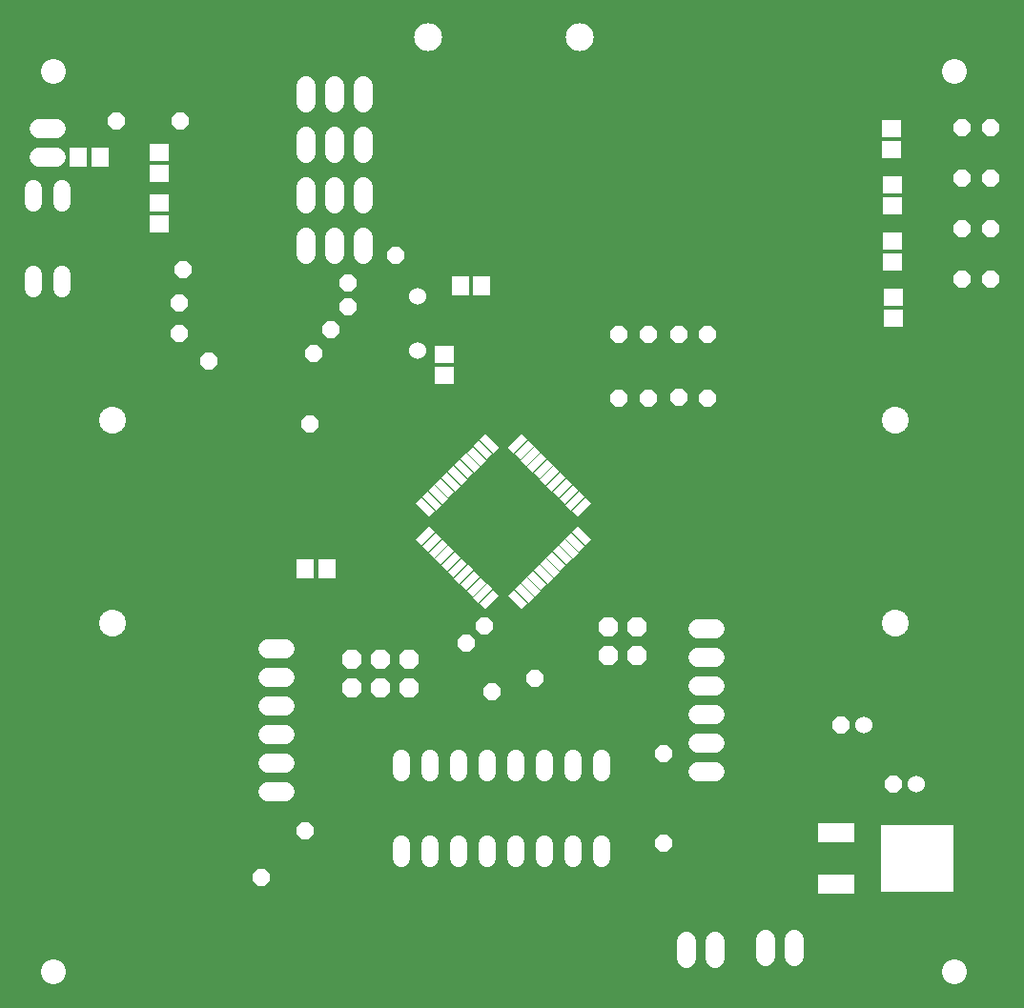
<source format=gbr>
G04 EAGLE Gerber RS-274X export*
G75*
%MOMM*%
%FSLAX34Y34*%
%LPD*%
%INSoldermask Bottom*%
%IPNEG*%
%AMOC8*
5,1,8,0,0,1.08239X$1,22.5*%
G01*
%ADD10C,2.203200*%
%ADD11C,2.387200*%
%ADD12C,2.489200*%
%ADD13R,1.503200X1.703200*%
%ADD14R,1.703200X1.503200*%
%ADD15C,1.727200*%
%ADD16R,1.703200X0.703200*%
%ADD17R,0.703200X1.703200*%
%ADD18R,6.403200X6.003200*%
%ADD19R,3.203200X1.803200*%
%ADD20P,1.649562X8X22.500000*%
%ADD21C,1.524000*%
%ADD22C,1.524000*%
%ADD23P,1.649562X8X202.500000*%
%ADD24P,1.869504X8X22.500000*%
%ADD25P,1.627049X8X22.500000*%


D10*
X60000Y860000D03*
X860000Y860000D03*
X60000Y60000D03*
X860000Y60000D03*
D11*
X112500Y550000D03*
X112500Y370000D03*
X807500Y550000D03*
X807500Y370000D03*
D12*
X527310Y890000D03*
X392690Y890000D03*
D13*
X421540Y669800D03*
X440540Y669800D03*
D14*
X407160Y589690D03*
X407160Y608690D03*
D15*
X266096Y346830D02*
X250856Y346830D01*
X250856Y321430D02*
X266096Y321430D01*
X266096Y296030D02*
X250856Y296030D01*
X250856Y270630D02*
X266096Y270630D01*
X266096Y245230D02*
X250856Y245230D01*
X250856Y219830D02*
X266096Y219830D01*
X632380Y364356D02*
X647620Y364356D01*
X647620Y338956D02*
X632380Y338956D01*
X632380Y313556D02*
X647620Y313556D01*
X647620Y288156D02*
X632380Y288156D01*
X632380Y262756D02*
X647620Y262756D01*
X647620Y237356D02*
X632380Y237356D01*
D16*
G36*
X525761Y455779D02*
X537803Y443737D01*
X532831Y438765D01*
X520789Y450807D01*
X525761Y455779D01*
G37*
G36*
X520105Y450122D02*
X532147Y438080D01*
X527175Y433108D01*
X515133Y445150D01*
X520105Y450122D01*
G37*
G36*
X514448Y444465D02*
X526490Y432423D01*
X521518Y427451D01*
X509476Y439493D01*
X514448Y444465D01*
G37*
G36*
X508791Y438809D02*
X520833Y426767D01*
X515861Y421795D01*
X503819Y433837D01*
X508791Y438809D01*
G37*
G36*
X503134Y433152D02*
X515176Y421110D01*
X510204Y416138D01*
X498162Y428180D01*
X503134Y433152D01*
G37*
G36*
X497477Y427495D02*
X509519Y415453D01*
X504547Y410481D01*
X492505Y422523D01*
X497477Y427495D01*
G37*
G36*
X491820Y421838D02*
X503862Y409796D01*
X498890Y404824D01*
X486848Y416866D01*
X491820Y421838D01*
G37*
G36*
X486164Y416181D02*
X498206Y404139D01*
X493234Y399167D01*
X481192Y411209D01*
X486164Y416181D01*
G37*
G36*
X480507Y410524D02*
X492549Y398482D01*
X487577Y393510D01*
X475535Y405552D01*
X480507Y410524D01*
G37*
G36*
X474850Y404867D02*
X486892Y392825D01*
X481920Y387853D01*
X469878Y399895D01*
X474850Y404867D01*
G37*
G36*
X469193Y399211D02*
X481235Y387169D01*
X476263Y382197D01*
X464221Y394239D01*
X469193Y399211D01*
G37*
D17*
G36*
X450807Y399211D02*
X455779Y394239D01*
X443737Y382197D01*
X438765Y387169D01*
X450807Y399211D01*
G37*
G36*
X445150Y404867D02*
X450122Y399895D01*
X438080Y387853D01*
X433108Y392825D01*
X445150Y404867D01*
G37*
G36*
X439493Y410524D02*
X444465Y405552D01*
X432423Y393510D01*
X427451Y398482D01*
X439493Y410524D01*
G37*
G36*
X433837Y416181D02*
X438809Y411209D01*
X426767Y399167D01*
X421795Y404139D01*
X433837Y416181D01*
G37*
G36*
X428180Y421838D02*
X433152Y416866D01*
X421110Y404824D01*
X416138Y409796D01*
X428180Y421838D01*
G37*
G36*
X422523Y427495D02*
X427495Y422523D01*
X415453Y410481D01*
X410481Y415453D01*
X422523Y427495D01*
G37*
G36*
X416866Y433152D02*
X421838Y428180D01*
X409796Y416138D01*
X404824Y421110D01*
X416866Y433152D01*
G37*
G36*
X411209Y438809D02*
X416181Y433837D01*
X404139Y421795D01*
X399167Y426767D01*
X411209Y438809D01*
G37*
G36*
X405552Y444465D02*
X410524Y439493D01*
X398482Y427451D01*
X393510Y432423D01*
X405552Y444465D01*
G37*
G36*
X399895Y450122D02*
X404867Y445150D01*
X392825Y433108D01*
X387853Y438080D01*
X399895Y450122D01*
G37*
G36*
X394239Y455779D02*
X399211Y450807D01*
X387169Y438765D01*
X382197Y443737D01*
X394239Y455779D01*
G37*
D16*
G36*
X387169Y481235D02*
X399211Y469193D01*
X394239Y464221D01*
X382197Y476263D01*
X387169Y481235D01*
G37*
G36*
X392825Y486892D02*
X404867Y474850D01*
X399895Y469878D01*
X387853Y481920D01*
X392825Y486892D01*
G37*
G36*
X398482Y492549D02*
X410524Y480507D01*
X405552Y475535D01*
X393510Y487577D01*
X398482Y492549D01*
G37*
G36*
X404139Y498205D02*
X416181Y486163D01*
X411209Y481191D01*
X399167Y493233D01*
X404139Y498205D01*
G37*
G36*
X409796Y503862D02*
X421838Y491820D01*
X416866Y486848D01*
X404824Y498890D01*
X409796Y503862D01*
G37*
G36*
X415453Y509519D02*
X427495Y497477D01*
X422523Y492505D01*
X410481Y504547D01*
X415453Y509519D01*
G37*
G36*
X421110Y515176D02*
X433152Y503134D01*
X428180Y498162D01*
X416138Y510204D01*
X421110Y515176D01*
G37*
G36*
X426767Y520833D02*
X438809Y508791D01*
X433837Y503819D01*
X421795Y515861D01*
X426767Y520833D01*
G37*
G36*
X432423Y526490D02*
X444465Y514448D01*
X439493Y509476D01*
X427451Y521518D01*
X432423Y526490D01*
G37*
G36*
X438080Y532147D02*
X450122Y520105D01*
X445150Y515133D01*
X433108Y527175D01*
X438080Y532147D01*
G37*
G36*
X443737Y537803D02*
X455779Y525761D01*
X450807Y520789D01*
X438765Y532831D01*
X443737Y537803D01*
G37*
D17*
G36*
X476263Y537803D02*
X481235Y532831D01*
X469193Y520789D01*
X464221Y525761D01*
X476263Y537803D01*
G37*
G36*
X481920Y532147D02*
X486892Y527175D01*
X474850Y515133D01*
X469878Y520105D01*
X481920Y532147D01*
G37*
G36*
X487577Y526490D02*
X492549Y521518D01*
X480507Y509476D01*
X475535Y514448D01*
X487577Y526490D01*
G37*
G36*
X493234Y520833D02*
X498206Y515861D01*
X486164Y503819D01*
X481192Y508791D01*
X493234Y520833D01*
G37*
G36*
X498890Y515176D02*
X503862Y510204D01*
X491820Y498162D01*
X486848Y503134D01*
X498890Y515176D01*
G37*
G36*
X504547Y509519D02*
X509519Y504547D01*
X497477Y492505D01*
X492505Y497477D01*
X504547Y509519D01*
G37*
G36*
X510204Y503862D02*
X515176Y498890D01*
X503134Y486848D01*
X498162Y491820D01*
X510204Y503862D01*
G37*
G36*
X515861Y498205D02*
X520833Y493233D01*
X508791Y481191D01*
X503819Y486163D01*
X515861Y498205D01*
G37*
G36*
X521518Y492549D02*
X526490Y487577D01*
X514448Y475535D01*
X509476Y480507D01*
X521518Y492549D01*
G37*
G36*
X527175Y486892D02*
X532147Y481920D01*
X520105Y469878D01*
X515133Y474850D01*
X527175Y486892D01*
G37*
G36*
X532831Y481235D02*
X537803Y476263D01*
X525761Y464221D01*
X520789Y469193D01*
X532831Y481235D01*
G37*
D18*
X827200Y160270D03*
D19*
X755400Y137470D03*
X755400Y183070D03*
D20*
X867300Y675000D03*
X892700Y675000D03*
X867300Y720000D03*
X892700Y720000D03*
X867300Y765000D03*
X892700Y765000D03*
X867300Y810000D03*
X892700Y810000D03*
D21*
X383540Y660150D03*
X383540Y611890D03*
D14*
X153928Y743050D03*
X153928Y724050D03*
X153922Y769264D03*
X153922Y788264D03*
X805876Y640500D03*
X805876Y659500D03*
X805678Y690500D03*
X805678Y709500D03*
X805052Y740500D03*
X805052Y759500D03*
X804854Y790500D03*
X804854Y809500D03*
D13*
X283870Y417830D03*
X302870Y417830D03*
D22*
X67564Y742950D02*
X67564Y756158D01*
X42164Y756158D02*
X42164Y742950D01*
X42164Y679958D02*
X42164Y666750D01*
X67564Y666750D02*
X67564Y679958D01*
D15*
X284600Y832380D02*
X284600Y847620D01*
X310000Y847620D02*
X310000Y832380D01*
X335400Y832380D02*
X335400Y847620D01*
X284600Y802620D02*
X284600Y787380D01*
X310000Y787380D02*
X310000Y802620D01*
X335400Y802620D02*
X335400Y787380D01*
X284600Y757620D02*
X284600Y742380D01*
X310000Y742380D02*
X310000Y757620D01*
X335400Y757620D02*
X335400Y742380D01*
X284600Y712620D02*
X284600Y697380D01*
X310000Y697380D02*
X310000Y712620D01*
X335400Y712620D02*
X335400Y697380D01*
X647698Y87120D02*
X647698Y71880D01*
X622298Y71880D02*
X622298Y87120D01*
X62990Y783340D02*
X47750Y783340D01*
X47750Y808740D02*
X62990Y808740D01*
D13*
X101450Y783840D03*
X82450Y783840D03*
D22*
X369070Y173394D02*
X369070Y160186D01*
X394470Y160186D02*
X394470Y173394D01*
X521470Y173394D02*
X521470Y160186D01*
X546870Y160186D02*
X546870Y173394D01*
X419870Y173394D02*
X419870Y160186D01*
X445270Y160186D02*
X445270Y173394D01*
X496070Y173394D02*
X496070Y160186D01*
X470670Y160186D02*
X470670Y173394D01*
X546870Y236386D02*
X546870Y249594D01*
X521470Y249594D02*
X521470Y236386D01*
X496070Y236386D02*
X496070Y249594D01*
X470670Y249594D02*
X470670Y236386D01*
X445270Y236386D02*
X445270Y249594D01*
X419870Y249594D02*
X419870Y236386D01*
X394470Y236386D02*
X394470Y249594D01*
X369070Y249594D02*
X369070Y236386D01*
D23*
X805940Y226310D03*
D21*
X826260Y226310D03*
D23*
X759970Y279150D03*
D21*
X780290Y279150D03*
D24*
X552704Y340868D03*
X552704Y366268D03*
X578104Y340868D03*
X578104Y366268D03*
X325120Y311912D03*
X325120Y337312D03*
X350520Y311912D03*
X350520Y337312D03*
X375920Y311912D03*
X375920Y337312D03*
D15*
X718312Y88392D02*
X718312Y73152D01*
X692912Y73152D02*
X692912Y88392D01*
D25*
X322326Y672084D03*
X364236Y696468D03*
X116586Y816102D03*
X172974Y816102D03*
X601980Y253746D03*
X601980Y174498D03*
X244602Y143256D03*
X283464Y185166D03*
X288036Y546439D03*
X198120Y602742D03*
X291846Y609600D03*
X172212Y627126D03*
X449580Y308610D03*
X426720Y352044D03*
X487680Y320802D03*
X442722Y367284D03*
X640842Y569214D03*
X640842Y626364D03*
X615696Y569976D03*
X615696Y626364D03*
X588264Y569214D03*
X588264Y626364D03*
X562356Y569214D03*
X562356Y626364D03*
X307086Y630174D03*
X172212Y654558D03*
X322326Y650748D03*
X175260Y683514D03*
M02*

</source>
